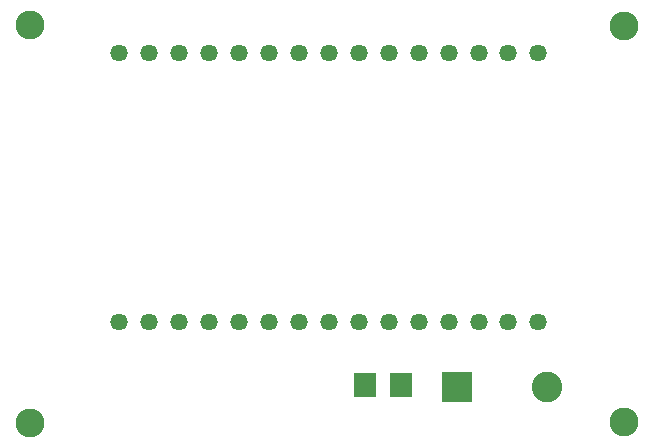
<source format=gts>
G04 MADE WITH FRITZING*
G04 WWW.FRITZING.ORG*
G04 DOUBLE SIDED*
G04 HOLES PLATED*
G04 CONTOUR ON CENTER OF CONTOUR VECTOR*
%ASAXBY*%
%FSLAX23Y23*%
%MOIN*%
%OFA0B0*%
%SFA1.0B1.0*%
%ADD10C,0.057829*%
%ADD11C,0.102000*%
%ADD12C,0.096614*%
%ADD13R,0.102000X0.102000*%
%ADD14R,0.072992X0.084803*%
%LNMASK1*%
G90*
G70*
G54D10*
X1567Y417D03*
X1766Y1314D03*
X1666Y1314D03*
X1567Y1314D03*
X1467Y1314D03*
X1367Y1314D03*
X1666Y417D03*
X1766Y417D03*
X1467Y417D03*
X1267Y1314D03*
X1167Y1314D03*
X1067Y1314D03*
X968Y1314D03*
X868Y1314D03*
X768Y1314D03*
X668Y1314D03*
X568Y1314D03*
X468Y1314D03*
X368Y1314D03*
X1067Y417D03*
X968Y417D03*
X868Y417D03*
X768Y417D03*
X668Y417D03*
X568Y417D03*
X468Y417D03*
X368Y417D03*
X1367Y417D03*
X1267Y417D03*
X1167Y417D03*
G54D11*
X1494Y200D03*
X1794Y200D03*
G54D12*
X2053Y1405D03*
X2053Y86D03*
X72Y1409D03*
X72Y82D03*
G54D13*
X1494Y200D03*
G54D14*
X1187Y208D03*
X1309Y208D03*
G04 End of Mask1*
M02*
</source>
